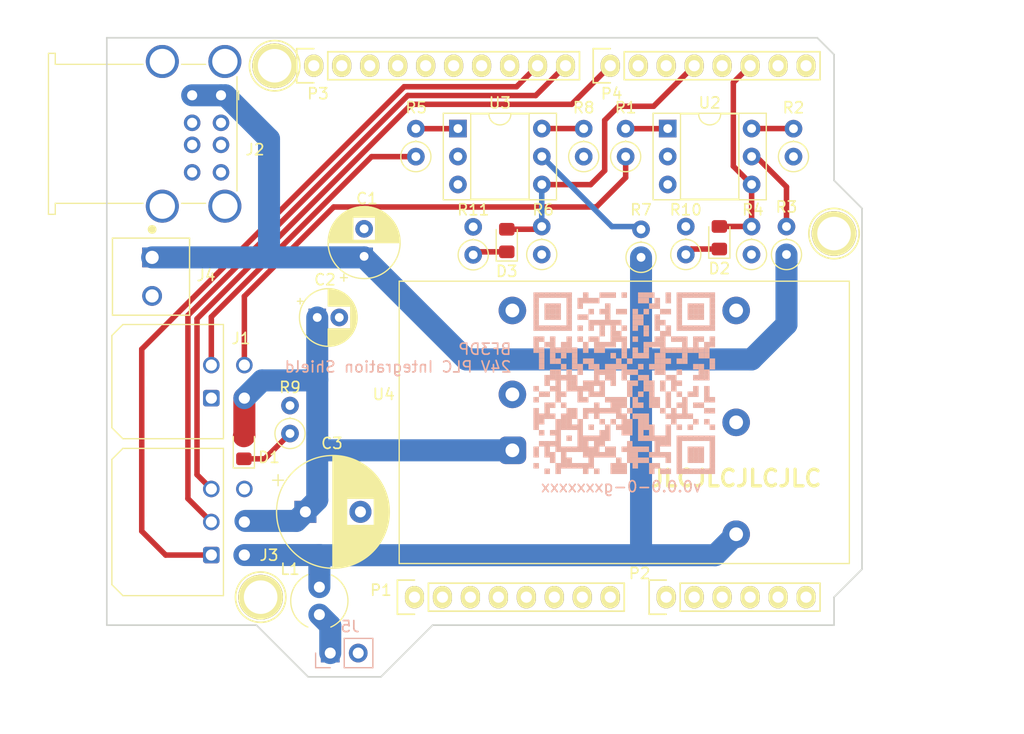
<source format=kicad_pcb>
(kicad_pcb (version 20211014) (generator pcbnew)
  (title_block (title "${project_title} - ${board_title}") (date "2022-03-23") (rev "${git_describe}") (company "${company}") (comment 1 "${drawn_by}") (comment 4 "${git_url}"))
  (layers (0 "F.Cu" signal) (1 "In1.Cu" signal) (2 "In2.Cu" signal) (31 "B.Cu" signal) (34 "B.Paste" user) (35 "F.Paste" user) (36 "B.SilkS" user "B.Silkscreen") (37 "F.SilkS" user "F.Silkscreen") (38 "B.Mask" user) (39 "F.Mask" user) (44 "Edge.Cuts" user))
  (property "board_title" "24V PLC Integration Shield")
  (property "company" "bioDigital Matter Lab")
  (property "drawn_by" "Anton Tetov")
  (property "git_describe" "v0.0.0-0-gxxxxxxx")
  (property "git_url" "https://github.com/biodigitalmatter/extruder_ctrl_circuits")
  (property "project_title" "BF3DP")
  (net 0 "")
  (net 1 "+5V")
  (net 2 "+24V")
  (net 3 "0V")
  (net 4 "Net-(D1-Pad1)")
  (net 5 "/24V signal to 5V-1/24-signal")
  (net 6 "Net-(R1-Pad2)")
  (net 7 "Net-(R3-Pad2)")
  (net 8 "/24V signal  to 5V-2/24-signal")
  (net 9 "Net-(R5-Pad2)")
  (net 10 "Net-(R7-Pad2)")
  (net 11 "Net-(R8-Pad2)")
  (net 16 "Net-(J3-Pad2)")
  (net 17 "/24V signal  to 5V-2/5V-signal")
  (net 18 "Net-(J3-Pad3)")
  (net 19 "Net-(J5-Pad1)")
  (net 44 "Net-(J3-Pad1)")
  (net 50 "/24V signal to 5V-1/5V-signal")
  (net 53 "Net-(R2-Pad2)")
  (net 54 "Net-(D2-Pad1)")
  (net 55 "Net-(D3-Pad1)")
  (footprint "project:Socket_Strip_Arduino_1x08" (layer "F.Cu") (at 139.446 123.19)
    (fp_text reference "P1" (at -3.048 -0.635) (layer "F.SilkS"))
    (fp_text value "Power")
    (pad "1" thru_hole oval locked (at 0 0) (size 1.7272 2.032) (drill 1.016) (layers *.Cu *.Mask "F.SilkS"))
    (pad "2" thru_hole oval locked (at 2.54 0) (size 1.7272 2.032) (drill 1.016) (layers *.Cu *.Mask "F.SilkS"))
    (pad "3" thru_hole oval locked (at 5.08 0) (size 1.7272 2.032) (drill 1.016) (layers *.Cu *.Mask "F.SilkS"))
    (pad "4" thru_hole oval locked (at 7.62 0) (size 1.7272 2.032) (drill 1.016) (layers *.Cu *.Mask "F.SilkS"))
    (pad "5" thru_hole oval locked (at 10.16 0) (size 1.7272 2.032) (drill 1.016) (layers *.Cu *.Mask "F.SilkS"))
    (pad "6" thru_hole oval locked (at 12.7 0) (size 1.7272 2.032) (drill 1.016) (layers *.Cu *.Mask "F.SilkS") (net 3 "0V"))
    (pad "7" thru_hole oval locked (at 15.24 0) (size 1.7272 2.032) (drill 1.016) (layers *.Cu *.Mask "F.SilkS") (net 3 "0V"))
    (pad "8" thru_hole oval locked (at 17.78 0) (size 1.7272 2.032) (drill 1.016) (layers *.Cu *.Mask "F.SilkS"))
  )
  (footprint "project:Socket_Strip_Arduino_1x06" (layer "F.Cu") (at 162.306 123.19)
    (fp_text reference "P2" (at -2.413 -2.159) (layer "F.SilkS"))
    (fp_text value "Analog")
    (pad "1" thru_hole oval locked (at 0 0) (size 1.7272 2.032) (drill 1.016) (layers *.Cu *.Mask "F.SilkS"))
    (pad "2" thru_hole oval locked (at 2.54 0) (size 1.7272 2.032) (drill 1.016) (layers *.Cu *.Mask "F.SilkS"))
    (pad "3" thru_hole oval locked (at 5.08 0) (size 1.7272 2.032) (drill 1.016) (layers *.Cu *.Mask "F.SilkS"))
    (pad "4" thru_hole oval locked (at 7.62 0) (size 1.7272 2.032) (drill 1.016) (layers *.Cu *.Mask "F.SilkS"))
    (pad "5" thru_hole oval locked (at 10.16 0) (size 1.7272 2.032) (drill 1.016) (layers *.Cu *.Mask "F.SilkS"))
    (pad "6" thru_hole oval locked (at 12.7 0) (size 1.7272 2.032) (drill 1.016) (layers *.Cu *.Mask "F.SilkS"))
  )
  (footprint "project:Socket_Strip_Arduino_1x10" (layer "F.Cu") (at 130.302 74.93)
    (fp_text reference "P3" (at 0.381 2.54) (layer "F.SilkS"))
    (fp_text value "Digital")
    (pad "1" thru_hole oval locked (at 0 0) (size 1.7272 2.032) (drill 1.016) (layers *.Cu *.Mask "F.SilkS"))
    (pad "2" thru_hole oval locked (at 2.54 0) (size 1.7272 2.032) (drill 1.016) (layers *.Cu *.Mask "F.SilkS"))
    (pad "3" thru_hole oval locked (at 5.08 0) (size 1.7272 2.032) (drill 1.016) (layers *.Cu *.Mask "F.SilkS"))
    (pad "4" thru_hole oval locked (at 7.62 0) (size 1.7272 2.032) (drill 1.016) (layers *.Cu *.Mask "F.SilkS") (net 3 "0V"))
    (pad "5" thru_hole oval locked (at 10.16 0) (size 1.7272 2.032) (drill 1.016) (layers *.Cu *.Mask "F.SilkS"))
    (pad "6" thru_hole oval locked (at 12.7 0) (size 1.7272 2.032) (drill 1.016) (layers *.Cu *.Mask "F.SilkS"))
    (pad "7" thru_hole oval locked (at 15.24 0) (size 1.7272 2.032) (drill 1.016) (layers *.Cu *.Mask "F.SilkS"))
    (pad "8" thru_hole oval locked (at 17.78 0) (size 1.7272 2.032) (drill 1.016) (layers *.Cu *.Mask "F.SilkS"))
    (pad "9" thru_hole oval locked (at 20.32 0) (size 1.7272 2.032) (drill 1.016) (layers *.Cu *.Mask "F.SilkS") (net 44 "Net-(J3-Pad1)"))
    (pad "10" thru_hole oval locked (at 22.86 0) (size 1.7272 2.032) (drill 1.016) (layers *.Cu *.Mask "F.SilkS") (net 16 "Net-(J3-Pad2)"))
  )
  (footprint "project:Socket_Strip_Arduino_1x08" (layer "F.Cu") (at 157.226 74.93)
    (fp_text reference "P4" (at 0.127 2.54) (layer "F.SilkS"))
    (fp_text value "Digital")
    (pad "1" thru_hole oval locked (at 0 0) (size 1.7272 2.032) (drill 1.016) (layers *.Cu *.Mask "F.SilkS") (net 18 "Net-(J3-Pad3)"))
    (pad "2" thru_hole oval locked (at 2.54 0) (size 1.7272 2.032) (drill 1.016) (layers *.Cu *.Mask "F.SilkS"))
    (pad "3" thru_hole oval locked (at 5.08 0) (size 1.7272 2.032) (drill 1.016) (layers *.Cu *.Mask "F.SilkS"))
    (pad "4" thru_hole oval locked (at 7.62 0) (size 1.7272 2.032) (drill 1.016) (layers *.Cu *.Mask "F.SilkS") (net 17 "/24V signal  to 5V-2/5V-signal"))
    (pad "5" thru_hole oval locked (at 10.16 0) (size 1.7272 2.032) (drill 1.016) (layers *.Cu *.Mask "F.SilkS"))
    (pad "6" thru_hole oval locked (at 12.7 0) (size 1.7272 2.032) (drill 1.016) (layers *.Cu *.Mask "F.SilkS") (net 50 "/24V signal to 5V-1/5V-signal"))
    (pad "7" thru_hole oval locked (at 15.24 0) (size 1.7272 2.032) (drill 1.016) (layers *.Cu *.Mask "F.SilkS"))
    (pad "8" thru_hole oval locked (at 17.78 0) (size 1.7272 2.032) (drill 1.016) (layers *.Cu *.Mask "F.SilkS"))
  )
  (footprint "project:Arduino_1pin" (layer "F.Cu") (at 125.476 123.19)
    (fp_text reference "P5" hide)
    (fp_text value "CONN_01X01" hide)
    (pad "1" thru_hole circle locked (at 0 0) (size 4.064 4.064) (drill 3.048) (layers *.Cu *.Mask "F.SilkS"))
  )
  (footprint "project:Arduino_1pin" (layer "F.Cu") (at 126.746 74.93)
    (fp_text reference "P7" hide)
    (fp_text value "CONN_01X01" hide)
    (pad "1" thru_hole circle locked (at 0 0) (size 4.064 4.064) (drill 3.048) (layers *.Cu *.Mask "F.SilkS"))
  )
  (footprint "project:Arduino_1pin" (layer "F.Cu") (at 177.546 90.17)
    (fp_text reference "P8" hide)
    (fp_text value "CONN_01X01" hide)
    (pad "1" thru_hole circle locked (at 0 0) (size 4.064 4.064) (drill 3.048) (layers *.Cu *.Mask "F.SilkS"))
  )
  (footprint "Capacitor_THT:CP_Radial_D6.3mm_P2.50mm" (layer "F.Cu") (at 134.874 92.241379 90)
    (fp_text reference "C1" (at 5.246379 0.254 180) (layer "F.SilkS"))
    (fp_text value "470 µF  10V")
    (pad "1" thru_hole rect locked (at 0 0 90) (size 1.6 1.6) (drill 0.8) (layers *.Cu *.Mask) (net 1 "+5V"))
    (pad "2" thru_hole circle locked (at 2.5 0 90) (size 1.6 1.6) (drill 0.8) (layers *.Cu *.Mask) (net 3 "0V"))
  )
  (footprint "Resistor_THT:R_Axial_DIN0207_L6.3mm_D2.5mm_P2.54mm_Vertical" (layer "F.Cu") (at 151.003 92.075 90)
    (fp_text reference "R6" (at 4.064 0.127 180) (layer "F.SilkS"))
    (fp_text value "4.7 kΩ")
    (pad "1" thru_hole circle locked (at 0 0 90) (size 1.6 1.6) (drill 0.8) (layers *.Cu *.Mask) (net 3 "0V"))
    (pad "2" thru_hole oval locked (at 2.54 0 90) (size 1.6 1.6) (drill 0.8) (layers *.Cu *.Mask) (net 17 "/24V signal  to 5V-2/5V-signal"))
  )
  (footprint "Resistor_THT:R_Axial_DIN0207_L6.3mm_D2.5mm_P2.54mm_Vertical" (layer "F.Cu") (at 160.02 92.329 90)
    (fp_text reference "R7" (at 4.318 0 180) (layer "F.SilkS"))
    (fp_text value "100 Ω")
    (pad "1" thru_hole circle locked (at 0 0 90) (size 1.6 1.6) (drill 0.8) (layers *.Cu *.Mask) (net 1 "+5V"))
    (pad "2" thru_hole oval locked (at 2.54 0 90) (size 1.6 1.6) (drill 0.8) (layers *.Cu *.Mask) (net 10 "Net-(R7-Pad2)"))
  )
  (footprint "Resistor_THT:R_Axial_DIN0207_L6.3mm_D2.5mm_P2.54mm_Vertical" (layer "F.Cu") (at 170.053 92.075 90)
    (fp_text reference "R4" (at 4.064 0.127 180) (layer "F.SilkS"))
    (fp_text value "4.7 kΩ")
    (pad "1" thru_hole circle locked (at 0 0 90) (size 1.6 1.6) (drill 0.8) (layers *.Cu *.Mask) (net 3 "0V"))
    (pad "2" thru_hole oval locked (at 2.54 0 90) (size 1.6 1.6) (drill 0.8) (layers *.Cu *.Mask) (net 50 "/24V signal to 5V-1/5V-signal"))
  )
  (footprint "Resistor_THT:R_Axial_DIN0207_L6.3mm_D2.5mm_P2.54mm_Vertical" (layer "F.Cu") (at 173.228 92.075 90)
    (fp_text reference "R3" (at 4.318 0 180) (layer "F.SilkS"))
    (fp_text value "100 Ω")
    (pad "1" thru_hole circle locked (at 0 0 90) (size 1.6 1.6) (drill 0.8) (layers *.Cu *.Mask) (net 1 "+5V"))
    (pad "2" thru_hole oval locked (at 2.54 0 90) (size 1.6 1.6) (drill 0.8) (layers *.Cu *.Mask) (net 7 "Net-(R3-Pad2)"))
  )
  (footprint "Resistor_THT:R_Axial_DIN0207_L6.3mm_D2.5mm_P2.54mm_Vertical" (layer "F.Cu") (at 173.863 83.185 90)
    (fp_text reference "R2" (at 4.445 0 180) (layer "F.SilkS"))
    (fp_text value "100k Ω")
    (pad "1" thru_hole circle locked (at 0 0 90) (size 1.6 1.6) (drill 0.8) (layers *.Cu *.Mask) (net 3 "0V"))
    (pad "2" thru_hole oval locked (at 2.54 0 90) (size 1.6 1.6) (drill 0.8) (layers *.Cu *.Mask) (net 53 "Net-(R2-Pad2)"))
  )
  (footprint "Connector_Molex:Molex_Micro-Fit_3.0_43045-0400_2x02_P3.00mm_Horizontal" (layer "F.Cu") (at 120.998 105.115 90)
    (fp_text reference "J1" (at 5.42 2.7 180) (layer "F.SilkS"))
    (fp_text value "Conn_01x04_Male")
    (pad "" np_thru_hole circle locked (at 1.5 -4.32 90) (size 3 3) (drill 3) (layers *.Cu *.Mask))
    (pad "1" thru_hole roundrect locked (at 0 0 90) (size 1.5 1.5) (drill 1.02) (layers *.Cu *.Mask) (roundrect_rratio 0.166667) (net 3 "0V"))
    (pad "2" thru_hole circle locked (at 3 0 90) (size 1.5 1.5) (drill 1.02) (layers *.Cu *.Mask) (net 8 "/24V signal  to 5V-2/24-signal"))
    (pad "3" thru_hole circle locked (at 0 3 90) (size 1.5 1.5) (drill 1.02) (layers *.Cu *.Mask) (net 2 "+24V"))
    (pad "4" thru_hole circle locked (at 3 3 90) (size 1.5 1.5) (drill 1.02) (layers *.Cu *.Mask) (net 5 "/24V signal to 5V-1/24-signal"))
  )
  (footprint "Capacitor_THT:CP_Radial_D5.0mm_P2.00mm" (layer "F.Cu") (at 130.616888 97.79)
    (fp_text reference "C2" (at 0.701112 -3.429) (layer "F.SilkS"))
    (fp_text value "22 µF 50V")
    (pad "1" thru_hole rect locked (at 0 0) (size 1.6 1.6) (drill 0.8) (layers *.Cu *.Mask) (net 2 "+24V"))
    (pad "2" thru_hole circle locked (at 2 0) (size 1.6 1.6) (drill 0.8) (layers *.Cu *.Mask) (net 3 "0V"))
  )
  (footprint "Resistor_THT:R_Axial_DIN0207_L6.3mm_D2.5mm_P2.54mm_Vertical" (layer "F.Cu") (at 154.813 83.185 90)
    (fp_text reference "R8" (at 4.445 0 180) (layer "F.SilkS"))
    (fp_text value "100k Ω")
    (pad "1" thru_hole circle locked (at 0 0 90) (size 1.6 1.6) (drill 0.8) (layers *.Cu *.Mask) (net 3 "0V"))
    (pad "2" thru_hole oval locked (at 2.54 0 90) (size 1.6 1.6) (drill 0.8) (layers *.Cu *.Mask) (net 11 "Net-(R8-Pad2)"))
  )
  (footprint "Connector_Molex:Molex_Micro-Fit_3.0_43045-0600_2x03_P3.00mm_Horizontal" (layer "F.Cu") (at 120.998 119.365 90)
    (fp_text reference "J3" (at -0.015 5.24 180) (layer "F.SilkS"))
    (fp_text value "Conn_01x06_Male")
    (pad "" np_thru_hole circle locked (at 3 -4.32 90) (size 3 3) (drill 3) (layers *.Cu *.Mask))
    (pad "1" thru_hole roundrect locked (at 0 0 90) (size 1.5 1.5) (drill 1.02) (layers *.Cu *.Mask) (roundrect_rratio 0.166667) (net 44 "Net-(J3-Pad1)"))
    (pad "2" thru_hole circle locked (at 3 0 90) (size 1.5 1.5) (drill 1.02) (layers *.Cu *.Mask) (net 16 "Net-(J3-Pad2)"))
    (pad "3" thru_hole circle locked (at 6 0 90) (size 1.5 1.5) (drill 1.02) (layers *.Cu *.Mask) (net 18 "Net-(J3-Pad3)"))
    (pad "4" thru_hole circle locked (at 0 3 90) (size 1.5 1.5) (drill 1.02) (layers *.Cu *.Mask) (net 1 "+5V"))
    (pad "5" thru_hole circle locked (at 3 3 90) (size 1.5 1.5) (drill 1.02) (layers *.Cu *.Mask) (net 2 "+24V"))
    (pad "6" thru_hole circle locked (at 6 3 90) (size 1.5 1.5) (drill 1.02) (layers *.Cu *.Mask) (net 3 "0V"))
  )
  (footprint "Resistor_THT:R_Axial_DIN0207_L6.3mm_D2.5mm_P2.54mm_Vertical" (layer "F.Cu") (at 158.623 83.185 90)
    (fp_text reference "R1" (at 4.445 0 180) (layer "F.SilkS"))
    (fp_text value "2.7k Ω")
    (pad "1" thru_hole circle locked (at 0 0 90) (size 1.6 1.6) (drill 0.8) (layers *.Cu *.Mask) (net 5 "/24V signal to 5V-1/24-signal"))
    (pad "2" thru_hole oval locked (at 2.54 0 90) (size 1.6 1.6) (drill 0.8) (layers *.Cu *.Mask) (net 6 "Net-(R1-Pad2)"))
  )
  (footprint "Resistor_THT:R_Axial_DIN0207_L6.3mm_D2.5mm_P2.54mm_Vertical" (layer "F.Cu") (at 139.573 83.185 90)
    (fp_text reference "R5" (at 4.445 0.0254 180) (layer "F.SilkS"))
    (fp_text value "2.7k Ω")
    (pad "1" thru_hole circle locked (at 0 0 90) (size 1.6 1.6) (drill 0.8) (layers *.Cu *.Mask) (net 8 "/24V signal  to 5V-2/24-signal"))
    (pad "2" thru_hole oval locked (at 2.54 0 90) (size 1.6 1.6) (drill 0.8) (layers *.Cu *.Mask) (net 9 "Net-(R5-Pad2)"))
  )
  (footprint "Package_DIP:DIP-6_W7.62mm_Socket" (layer "F.Cu") (at 162.443 80.635)
    (fp_text reference "U2" (at 3.81 -2.33) (layer "F.SilkS"))
    (fp_text value "4N35")
    (pad "1" thru_hole rect locked (at 0 0) (size 1.6 1.6) (drill 0.8) (layers *.Cu *.Mask) (net 6 "Net-(R1-Pad2)"))
    (pad "2" thru_hole oval locked (at 0 2.54) (size 1.6 1.6) (drill 0.8) (layers *.Cu *.Mask) (net 3 "0V"))
    (pad "3" thru_hole oval locked (at 0 5.08) (size 1.6 1.6) (drill 0.8) (layers *.Cu *.Mask))
    (pad "4" thru_hole oval locked (at 7.62 5.08) (size 1.6 1.6) (drill 0.8) (layers *.Cu *.Mask) (net 50 "/24V signal to 5V-1/5V-signal"))
    (pad "5" thru_hole oval locked (at 7.62 2.54) (size 1.6 1.6) (drill 0.8) (layers *.Cu *.Mask) (net 7 "Net-(R3-Pad2)"))
    (pad "6" thru_hole oval locked (at 7.62 0) (size 1.6 1.6) (drill 0.8) (layers *.Cu *.Mask) (net 53 "Net-(R2-Pad2)"))
  )
  (footprint "Package_DIP:DIP-6_W7.62mm_Socket" (layer "F.Cu") (at 143.393 80.635)
    (fp_text reference "U3" (at 3.81 -2.33) (layer "F.SilkS"))
    (fp_text value "4N35")
    (pad "1" thru_hole rect locked (at 0 0) (size 1.6 1.6) (drill 0.8) (layers *.Cu *.Mask) (net 9 "Net-(R5-Pad2)"))
    (pad "2" thru_hole oval locked (at 0 2.54) (size 1.6 1.6) (drill 0.8) (layers *.Cu *.Mask) (net 3 "0V"))
    (pad "3" thru_hole oval locked (at 0 5.08) (size 1.6 1.6) (drill 0.8) (layers *.Cu *.Mask))
    (pad "4" thru_hole oval locked (at 7.62 5.08) (size 1.6 1.6) (drill 0.8) (layers *.Cu *.Mask) (net 17 "/24V signal  to 5V-2/5V-signal"))
    (pad "5" thru_hole oval locked (at 7.62 2.54) (size 1.6 1.6) (drill 0.8) (layers *.Cu *.Mask) (net 10 "Net-(R7-Pad2)"))
    (pad "6" thru_hole oval locked (at 7.62 0) (size 1.6 1.6) (drill 0.8) (layers *.Cu *.Mask) (net 11 "Net-(R8-Pad2)"))
  )
  (footprint "LED_SMD:LED_0805_2012Metric_Pad1.15x1.40mm_HandSolder" (layer "F.Cu") (at 123.952 109.601 90)
    (fp_text reference "D1" (at -0.889 2.286 180) (layer "F.SilkS"))
    (fp_text value "Green 20 mA 2.2 Vf")
    (pad "1" smd roundrect locked (at -1.025 0 90) (size 1.15 1.4) (layers "F.Cu" "F.Paste" "F.Mask") (roundrect_rratio 0.217391) (net 4 "Net-(D1-Pad1)"))
    (pad "2" smd roundrect locked (at 1.025 0 90) (size 1.15 1.4) (layers "F.Cu" "F.Paste" "F.Mask") (roundrect_rratio 0.217391) (net 2 "+24V"))
  )
  (footprint "project:TE_1776275-2" (layer "F.Cu") (at 115.6208 92.3342 -90)
    (fp_text reference "J4" (at 1.6458 -4.9022) (layer "F.SilkS") (effects (font (size 1.001732 1.001732))))
    (fp_text value "Screw_Terminal_01x02")
    (pad "1" thru_hole rect locked (at 0 0 270) (size 1.8 1.8) (drill 1.2) (layers *.Cu *.Mask) (net 1 "+5V"))
    (pad "2" thru_hole circle locked (at 3.5 0 270) (size 1.8 1.8) (drill 1.2) (layers *.Cu *.Mask) (net 3 "0V"))
  )
  (footprint "Capacitor_THT:CP_Radial_D10.0mm_P5.00mm" (layer "F.Cu") (at 129.54 115.443)
    (fp_text reference "C3" (at 2.413 -6.223) (layer "F.SilkS"))
    (fp_text value "330 μF 50 V")
    (pad "1" thru_hole rect locked (at 0 0) (size 2 2) (drill 1) (layers *.Cu *.Mask) (net 2 "+24V"))
    (pad "2" thru_hole circle locked (at 5 0) (size 2 2) (drill 1) (layers *.Cu *.Mask) (net 3 "0V"))
  )
  (footprint "Converter_DCDC:Converter_DCDC_XP_POWER_JTDxxxxxxx_THT" (layer "F.Cu") (at 148.338 109.855 90)
    (fp_text reference "U4" (at 5.08 -11.686 180) (layer "F.SilkS"))
    (fp_text value "JTD2024S05")
    (pad "1" thru_hole roundrect locked (at 0 0 90) (size 2.5 2.5) (drill 1.25) (layers *.Cu *.Mask) (net 2 "+24V"))
    (pad "2" thru_hole circle locked (at 5.08 0 90) (size 2.5 2.5) (drill 1.25) (layers *.Cu *.Mask) (net 3 "0V"))
    (pad "3" thru_hole circle locked (at -7.62 20.32 90) (size 2.5 2.5) (drill 1.25) (layers *.Cu *.Mask) (net 1 "+5V"))
    (pad "4" thru_hole circle locked (at 2.54 20.32 90) (size 2.5 2.5) (drill 1.25) (layers *.Cu *.Mask))
    (pad "5" thru_hole circle locked (at 12.7 20.32 90) (size 2.5 2.5) (drill 1.25) (layers *.Cu *.Mask) (net 3 "0V"))
    (pad "6" thru_hole circle locked (at 12.7 0 90) (size 2.5 2.5) (drill 1.25) (layers *.Cu *.Mask))
  )
  (footprint "Resistor_THT:R_Axial_DIN0207_L6.3mm_D2.5mm_P2.54mm_Vertical" (layer "F.Cu") (at 164.084 92.075 90)
    (fp_text reference "R10" (at 4.064 0 180) (layer "F.SilkS"))
    (fp_text value "1.8 kΩ")
    (pad "1" thru_hole circle locked (at 0 0 90) (size 1.6 1.6) (drill 0.8) (layers *.Cu *.Mask) (net 54 "Net-(D2-Pad1)"))
    (pad "2" thru_hole oval locked (at 2.54 0 90) (size 1.6 1.6) (drill 0.8) (layers *.Cu *.Mask) (net 3 "0V"))
  )
  (footprint "LED_SMD:LED_0805_2012Metric_Pad1.15x1.40mm_HandSolder" (layer "F.Cu") (at 147.828 90.805 90)
    (fp_text reference "D3" (at -2.794 0 180) (layer "F.SilkS"))
    (fp_text value "Yellow 2 mA 1.8 Vf")
    (pad "1" smd roundrect locked (at -1.025 0 90) (size 1.15 1.4) (layers "F.Cu" "F.Paste" "F.Mask") (roundrect_rratio 0.217391) (net 55 "Net-(D3-Pad1)"))
    (pad "2" smd roundrect locked (at 1.025 0 90) (size 1.15 1.4) (layers "F.Cu" "F.Paste" "F.Mask") (roundrect_rratio 0.217391) (net 17 "/24V signal  to 5V-2/5V-signal"))
  )
  (footprint "Resistor_THT:R_Axial_DIN0207_L6.3mm_D2.5mm_P2.54mm_Vertical" (layer "F.Cu") (at 144.78 92.104 90)
    (fp_text reference "R11" (at 4.093 0 180) (layer "F.SilkS"))
    (fp_text value "1.6 kΩ")
    (pad "1" thru_hole circle locked (at 0 0 90) (size 1.6 1.6) (drill 0.8) (layers *.Cu *.Mask) (net 55 "Net-(D3-Pad1)"))
    (pad "2" thru_hole oval locked (at 2.54 0 90) (size 1.6 1.6) (drill 0.8) (layers *.Cu *.Mask) (net 3 "0V"))
  )
  (footprint "Connector_USB:USB_A_Wuerth_61400826021_Horizontal_Stacked" (layer "F.Cu") (at 121.878 77.615 -90)
    (fp_text reference "J2" (at 4.935 -3.09) (layer "F.SilkS"))
    (fp_text value "USB_A_Stacked")
    (pad "1" thru_hole rect locked (at 0 0 270) (size 1.5 1.5) (drill 0.92) (layers *.Cu *.Mask) (net 1 "+5V"))
    (pad "2" thru_hole circle locked (at 2.5 0 270) (size 1.5 1.5) (drill 0.92) (layers *.Cu *.Mask))
    (pad "3" thru_hole circle locked (at 4.5 0 270) (size 1.5 1.5) (drill 0.92) (layers *.Cu *.Mask))
    (pad "4" thru_hole circle locked (at 7 0 270) (size 1.5 1.5) (drill 0.92) (layers *.Cu *.Mask) (net 3 "0V"))
    (pad "5" thru_hole circle locked (at 0 2.62 270) (size 1.5 1.5) (drill 0.92) (layers *.Cu *.Mask) (net 1 "+5V"))
    (pad "6" thru_hole circle locked (at 2.5 2.62 270) (size 1.5 1.5) (drill 0.92) (layers *.Cu *.Mask))
    (pad "7" thru_hole circle locked (at 4.5 2.62 270) (size 1.5 1.5) (drill 0.92) (layers *.Cu *.Mask))
    (pad "8" thru_hole circle locked (at 7 2.62 270) (size 1.5 1.5) (drill 0.92) (layers *.Cu *.Mask) (net 3 "0V"))
    (pad "9" thru_hole circle locked (at -3.07 5.33 270) (size 3 3) (drill 2.3) (layers *.Cu *.Mask) (net 3 "0V"))
    (pad "9" thru_hole circle locked (at 10.07 5.33 270) (size 3 3) (drill 2.3) (layers *.Cu *.Mask) (net 3 "0V"))
    (pad "9" thru_hole circle locked (at 10.07 -0.35 270) (size 3 3) (drill 2.3) (layers *.Cu *.Mask) (net 3 "0V"))
    (pad "9" thru_hole circle locked (at -3.07 -0.35 270) (size 3 3) (drill 2.3) (layers *.Cu *.Mask) (net 3 "0V"))
  )
  (footprint "Resistor_THT:R_Axial_DIN0207_L6.3mm_D2.5mm_P2.54mm_Vertical" (layer "F.Cu") (at 128.143 108.331 90)
    (fp_text reference "R9" (at 4.191 0 180) (layer "F.SilkS"))
    (fp_text value "1.1 kΩ")
    (pad "1" thru_hole circle locked (at 0 0 90) (size 1.6 1.6) (drill 0.8) (layers *.Cu *.Mask) (net 4 "Net-(D1-Pad1)"))
    (pad "2" thru_hole oval locked (at 2.54 0 90) (size 1.6 1.6) (drill 0.8) (layers *.Cu *.Mask) (net 3 "0V"))
  )
  (footprint "LED_SMD:LED_0805_2012Metric_Pad1.15x1.40mm_HandSolder" (layer "F.Cu") (at 167.132 90.551 90)
    (fp_text reference "D2" (at -2.794 0 180) (layer "F.SilkS"))
    (fp_text value "Red 2 mA 1.7 Vf")
    (pad "1" smd roundrect locked (at -1.025 0 90) (size 1.15 1.4) (layers "F.Cu" "F.Paste" "F.Mask") (roundrect_rratio 0.217391) (net 54 "Net-(D2-Pad1)"))
    (pad "2" smd roundrect locked (at 1.025 0 90) (size 1.15 1.4) (layers "F.Cu" "F.Paste" "F.Mask") (roundrect_rratio 0.217391) (net 50 "/24V signal to 5V-1/5V-signal"))
  )
  (footprint "project:L_Radial_D5.0mm_P2.50mm" (layer "F.Cu") (at 130.81 124.776113 90)
    (fp_text reference "L1" (at 4.126113 -2.667 180) (layer "F.SilkS"))
    (fp_text value "100 µH 0.5 A")
    (pad "1" thru_hole circle (at 0 0 90) (size 1.75 1.75) (drill 1) (layers *.Cu *.Mask) (net 19 "Net-(J5-Pad1)"))
    (pad "2" thru_hole circle (at 2.5 0 90) (size 1.75 1.75) (drill 1) (layers *.Cu *.Mask) (net 1 "+5V"))
  )
  (footprint "Connector_PinSocket_2.54mm:PinSocket_1x02_P2.54mm_Vertical" (layer "B.Cu") (at 131.798 128.265 -90)
    (fp_text reference "J5" (at -2.408 -1.806 -180) (layer "B.SilkS") (effects (justify mirror)))
    (fp_text value "Conn_01x02_Female")
    (pad "1" thru_hole rect locked (at 0 0 270) (size 1.7 1.7) (drill 1) (layers *.Cu *.Mask) (net 19 "Net-(J5-Pad1)"))
    (pad "2" thru_hole oval locked (at 0 -2.54 270) (size 1.7 1.7) (drill 1) (layers *.Cu *.Mask) (net 3 "0V"))
  )
  (footprint "project:qr_repo" (layer "B.Cu") (at 158.496 103.759 180)
    (fp_text reference "QR*****" hide)
    (fp_text value "qr_repo" hide)
  )
  (gr_line (start 180.086 120.65) (end 180.086 87.884) (layer "Edge.Cuts") (width 0.15))
  (gr_line (start 180.086 87.884) (end 177.546 85.344) (layer "Edge.Cuts") (width 0.15))
  (gr_line (start 129.794 130.429) (end 125.095 125.73) (layer "Edge.Cuts") (width 0.15))
  (gr_line (start 111.506 125.73) (end 125.095 125.73) (layer "Edge.Cuts") (width 0.15))
  (gr_line (start 177.546 125.73) (end 177.546 123.19) (layer "Edge.Cuts") (width 0.15))
  (gr_line (start 111.506 72.39) (end 111.506 125.73) (layer "Edge.Cuts") (width 0.15))
  (gr_line (start 177.546 123.19) (end 180.086 120.65) (layer "Edge.Cuts") (width 0.15))
  (gr_line (start 177.546 73.914) (end 176.022 72.39) (layer "Edge.Cuts") (width 0.15))
  (gr_line (start 129.794 130.429) (end 136.398 130.429) (layer "Edge.Cuts") (width 0.15))
  (gr_line (start 141.097 125.73) (end 177.546 125.73) (layer "Edge.Cuts") (width 0.15))
  (gr_line (start 136.398 130.429) (end 141.097 125.73) (layer "Edge.Cuts") (width 0.15))
  (gr_line (start 176.022 72.39) (end 111.506 72.39) (layer "Edge.Cuts") (width 0.15))
  (gr_line (start 177.546 85.344) (end 177.546 73.914) (layer "Edge.Cuts") (width 0.15))
  (gr_text "${project_title}\n${board_title}" (at 148.336 101.473) (layer "B.SilkS") (effects (font (size 1 1)) (justify left mirror)))
  (gr_text "${git_describe}" (at 165.608 113.157) (layer "B.SilkS") (effects (font (size 1 1)) (justify left mirror)))
  (gr_text "JLCJLCJLCJLC" (at 168.656 112.395) (layer "F.SilkS") (effects (font (size 1.5 1.5) (thickness 0.3))))
  (segment (start 170.053 101.6) (end 173.228 98.425) (width 2) (layer "B.Cu") (net 1))
  (segment (start 126.238 81.576553) (end 122.276447 77.615) (width 2) (layer "B.Cu") (net 1))
  (segment (start 115.6208 92.3342) (end 134.8792 92.3342) (width 2) (layer "B.Cu") (net 1))
  (segment (start 130.81 119.38) (end 166.753 119.38) (width 2) (layer "B.Cu") (net 1))
  (segment (start 173.228 98.425) (end 173.228 92.075) (width 2) (layer "B.Cu") (net 1))
  (segment (start 160.02 119.38) (end 160.02 101.6) (width 2) (layer "B.Cu") (net 1))
  (segment (start 144.145 101.6) (end 160.02 101.6) (width 2) (layer "B.Cu") (net 1))
  (segment (start 123.998 119.365) (end 130.81 119.365) (width 2) (layer "B.Cu") (net 1))
  (segment (start 130.81 119.365) (end 130.81 122.276113) (width 2) (layer "B.Cu") (net 1))
  (segment (start 121.878 77.615) (end 119.258 77.615) (width 2) (layer "B.Cu") (net 1))
  (segment (start 126.238 92.3342) (end 126.238 81.576553) (width 2) (layer "B.Cu") (net 1))
  (segment (start 122.276447 77.615) (end 121.878 77.615) (width 2) (layer "B.Cu") (net 1))
  (segment (start 134.8792 92.3342) (end 144.145 101.6) (width 2) (layer "B.Cu") (net 1))
  (segment (start 166.753 119.38) (end 168.658 117.475) (width 2) (layer "B.Cu") (net 1))
  (segment (start 159.893 101.6) (end 160.02 101.473) (width 2) (layer "B.Cu") (net 1))
  (segment (start 159.893 101.6) (end 170.053 101.6) (width 2) (layer "B.Cu") (net 1))
  (segment (start 160.02 101.473) (end 160.02 92.329) (width 2) (layer "B.Cu") (net 1))
  (segment (start 123.998 108.53) (end 123.998 105.115) (width 2) (layer "F.Cu") (net 2))
  (segment (start 123.952 108.576) (end 123.998 108.53) (width 2) (layer "F.Cu") (net 2))
  (segment (start 128.71752 116.26548) (end 124.09752 116.26548) (width 2) (layer "B.Cu") (net 2))
  (segment (start 129.54 115.443) (end 130.616888 114.366112) (width 2) (layer "B.Cu") (net 2))
  (segment (start 129.54 115.443) (end 128.71752 116.26548) (width 2) (layer "B.Cu") (net 2))
  (segment (start 131.572 109.855) (end 148.338 109.855) (width 2) (layer "B.Cu") (net 2))
  (segment (start 130.556 103.505) (end 130.616888 103.444112) (width 2) (layer "B.Cu") (net 2))
  (segment (start 125.608 103.505) (end 130.556 103.505) (width 2) (layer "B.Cu") (net 2))
  (segment (start 123.998 105.115) (end 125.608 103.505) (width 2) (layer "B.Cu") (net 2))
  (segment (start 130.616888 114.366112) (end 130.616888 97.79) (width 2) (layer "B.Cu") (net 2))
  (segment (start 128.143 108.331) (end 125.848 110.626) (width 0.5) (layer "F.Cu") (net 4))
  (segment (start 125.848 110.626) (end 123.952 110.626) (width 0.5) (layer "F.Cu") (net 4))
  (segment (start 123.998 95.869279) (end 132.10853 87.758749) (width 0.5) (layer "F.Cu") (net 5))
  (segment (start 155.954251 87.758749) (end 158.623 85.09) (width 0.5) (layer "F.Cu") (net 5))
  (segment (start 123.998 102.115) (end 123.998 95.869279) (width 0.5) (layer "F.Cu") (net 5))
  (segment (start 158.623 85.09) (end 158.623 83.185) (width 0.5) (layer "F.Cu") (net 5))
  (segment (start 132.10853 87.758749) (end 155.954251 87.758749) (width 0.5) (layer "F.Cu") (net 5))
  (segment (start 158.623 80.645) (end 162.433 80.645) (width 0.5) (layer "F.Cu") (net 6))
  (segment (start 173.228 85.93) (end 173.228 89.535) (width 0.5) (layer "F.Cu") (net 7))
  (segment (start 170.473 83.175) (end 173.228 85.93) (width 0.5) (layer "F.Cu") (net 7))
  (segment (start 120.998 101.647453) (end 120.998 97.738587) (width 0.5) (layer "F.Cu") (net 8))
  (segment (start 120.998 97.738587) (end 135.551587 83.185) (width 0.5) (layer "F.Cu") (net 8))
  (segment (start 135.551587 83.185) (end 139.573 83.185) (width 0.5) (layer "F.Cu") (net 8))
  (segment (start 139.573 80.645) (end 143.383 80.645) (width 0.5) (layer "F.Cu") (net 9))
  (segment (start 159.766 89.535) (end 157.373 89.535) (width 0.5) (layer "B.Cu") (net 10))
  (segment (start 157.373 89.535) (end 151.013 83.175) (width 0.5) (layer "B.Cu") (net 10))
  (segment (start 151.013 80.635) (end 154.803 80.635) (width 0.5) (layer "F.Cu") (net 11))
  (segment (start 118.872 114.239) (end 118.872 97.603203) (width 0.5) (layer "F.Cu") (net 16))
  (segment (start 120.998 116.365) (end 118.872 114.239) (width 0.5) (layer "F.Cu") (net 16))
  (segment (start 150.45748 77.63452) (end 153.162 74.93) (width 0.5) (layer "F.Cu") (net 16))
  (segment (start 138.840683 77.63452) (end 150.45748 77.63452) (width 0.5) (layer "F.Cu") (net 16))
  (segment (start 118.872 97.603203) (end 138.840683 77.63452) (width 0.5) (layer "F.Cu") (net 16))
  (segment (start 156.718 84.455) (end 156.718 79.883) (width 0.5) (layer "F.Cu") (net 17))
  (segment (start 151.023 85.725) (end 155.448 85.725) (width 0.5) (layer "F.Cu") (net 17))
  (segment (start 156.718 79.883) (end 157.988 78.613) (width 0.5) (layer "F.Cu") (net 17))
  (segment (start 147.828 89.78) (end 150.758 89.78) (width 0.5) (layer "F.Cu") (net 17))
  (segment (start 155.448 85.725) (end 156.718 84.455) (width 0.5) (layer "F.Cu") (net 17))
  (segment (start 157.988 78.613) (end 161.163 78.613) (width 0.5) (layer "F.Cu") (net 17))
  (segment (start 161.163 78.613) (end 164.846 74.93) (width 0.5) (layer "F.Cu") (net 17))
  (segment (start 151.003 89.535) (end 151.003 85.725) (width 0.5) (layer "B.Cu") (net 17))
  (segment (start 120.998 113.365) (end 119.69848 112.06548) (width 0.5) (layer "F.Cu") (net 18))
  (segment (start 119.69848 112.06548) (end 119.69848 97.907415) (width 0.5) (layer "F.Cu") (net 18))
  (segment (start 139.171855 78.43404) (end 153.72196 78.43404) (width 0.5) (layer "F.Cu") (net 18))
  (segment (start 119.69848 97.907415) (end 139.171855 78.43404) (width 0.5) (layer "F.Cu") (net 18))
  (segment (start 153.72196 78.43404) (end 157.226 74.93) (width 0.5) (layer "F.Cu") (net 18))
  (segment (start 131.798 125.764113) (end 131.798 128.265) (width 2) (layer "B.Cu") (net 19))
  (segment (start 130.81 124.776113) (end 131.798 125.764113) (width 2) (layer "B.Cu") (net 19))
  (segment (start 114.678479 100.666032) (end 114.678479 117.19323) (width 0.5) (layer "F.Cu") (net 44))
  (segment (start 150.622 74.93) (end 148.717 76.835) (width 0.5) (layer "F.Cu") (net 44))
  (segment (start 114.678479 117.19323) (end 116.850249 119.365) (width 0.5) (layer "F.Cu") (net 44))
  (segment (start 116.850249 119.365) (end 120.998 119.365) (width 0.5) (layer "F.Cu") (net 44))
  (segment (start 148.717 76.835) (end 138.509511 76.835) (width 0.5) (layer "F.Cu") (net 44))
  (segment (start 138.509511 76.835) (end 114.678479 100.666032) (width 0.5) (layer "F.Cu") (net 44))
  (segment (start 167.132 89.526) (end 170.044 89.526) (width 0.5) (layer "F.Cu") (net 50))
  (segment (start 168.402 76.454) (end 169.926 74.93) (width 0.5) (layer "F.Cu") (net 50))
  (segment (start 168.402 84.054) (end 168.402 76.454) (width 0.5) (layer "F.Cu") (net 50))
  (segment (start 170.063 85.715) (end 168.402 84.054) (width 0.5) (layer "F.Cu") (net 50))
  (segment (start 170.063 85.715) (end 170.063 89.525) (width 0.5) (layer "F.Cu") (net 50))
  (segment (start 170.063 80.635) (end 173.853 80.635) (width 0.5) (layer "F.Cu") (net 53))
  (segment (start 164.583 91.576) (end 164.084 92.075) (width 0.5) (layer "F.Cu") (net 54))
  (segment (start 167.132 91.576) (end 164.583 91.576) (width 0.5) (layer "F.Cu") (net 54))
  (segment (start 147.828 91.83) (end 145.054 91.83) (width 0.5) (layer "F.Cu") (net 55))
)
</source>
